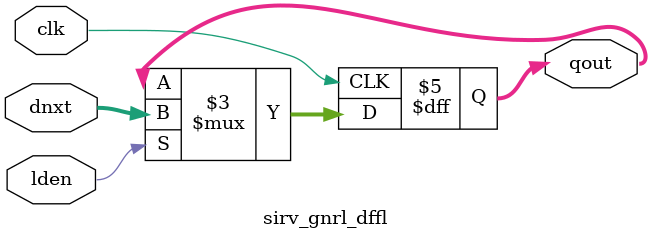
<source format=v>



// ===========================================================================
//
// Description:
//  Verilog module sirv_gnrl DFF with Load-enable, no reset
//
// ===========================================================================

module sirv_gnrl_dffl # (
    parameter DW = 32
  ) (

    input               lden,
    input      [DW-1:0] dnxt,
    output reg [DW-1:0] qout,

    input               clk
  );

  always @(posedge clk)
  begin : DFFL_PROC
    if (lden == 1'b1)
      qout <= dnxt;
  end

  // `ifndef FPGA_SOURCE//{
  // `ifndef DISABLE_SV_ASSERTION//{
  // //synopsys translate_off
  // sirv_gnrl_xchecker # (
  //   .DW(1)
  // ) sirv_gnrl_xchecker(
  //   .i_dat(lden),
  //   .clk  (clk)
  // );
  // //synopsys translate_on
  // `endif//}
  // `endif//}

endmodule



</source>
